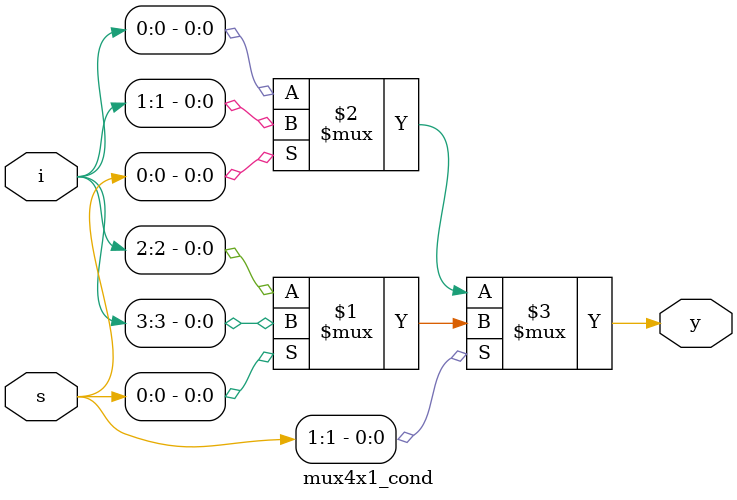
<source format=v>
module mux4x1_cond(i,s,y);
	input [3:0]i;
	input [1:0]s;
	output y;

	assign y = s[1] ? (s[0]?i[3]:i[2]):(s[0]?i[1]:i[0]);

endmodule

</source>
